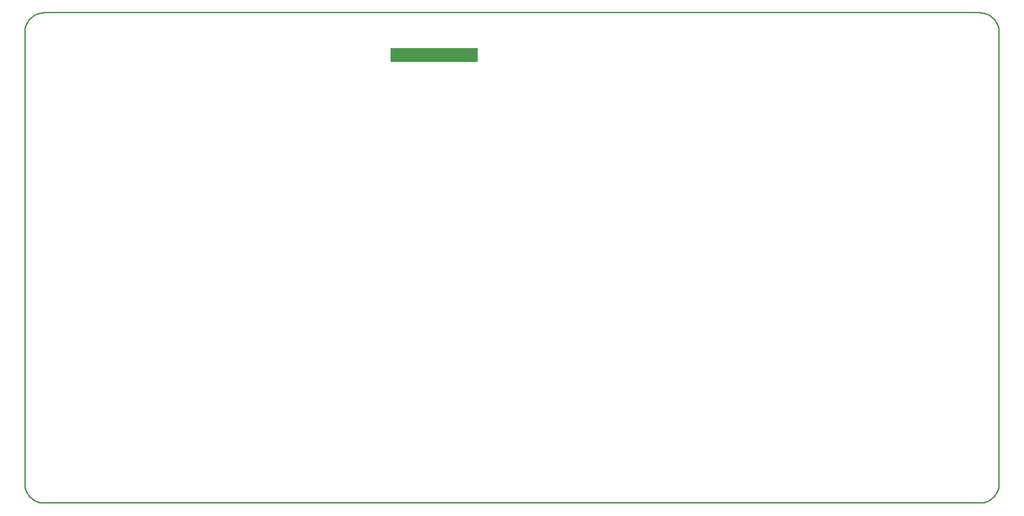
<source format=gko>
G04*
G04 #@! TF.GenerationSoftware,Altium Limited,Altium Designer,21.2.2 (38)*
G04*
G04 Layer_Color=16711935*
%FSLAX44Y44*%
%MOMM*%
G71*
G04*
G04 #@! TF.SameCoordinates,2EB6EAD6-5C33-48E4-AA2B-E0AFE4ABDD4A*
G04*
G04*
G04 #@! TF.FilePolarity,Positive*
G04*
G01*
G75*
%ADD18C,0.1500*%
G36*
X581190Y584330D02*
Y566976D01*
X469140D01*
Y584330D01*
X581190D01*
D02*
G37*
D18*
X1250000Y605000D02*
X1249863Y607613D01*
X1249454Y610198D01*
X1248776Y612725D01*
X1247839Y615168D01*
X1246651Y617500D01*
X1245225Y619695D01*
X1243579Y621728D01*
X1241728Y623578D01*
X1239695Y625225D01*
X1237500Y626651D01*
X1235168Y627839D01*
X1232725Y628776D01*
X1230198Y629454D01*
X1227613Y629863D01*
X1225000Y630000D01*
Y-0D02*
X1227613Y137D01*
X1230198Y546D01*
X1232725Y1223D01*
X1235168Y2161D01*
X1237500Y3349D01*
X1239695Y4775D01*
X1241728Y6421D01*
X1243579Y8272D01*
X1245225Y10305D01*
X1246651Y12500D01*
X1247839Y14832D01*
X1248776Y17275D01*
X1249454Y19802D01*
X1249863Y22387D01*
X1250000Y25000D01*
X25000Y629950D02*
X22387Y629813D01*
X19802Y629403D01*
X17275Y628726D01*
X14832Y627788D01*
X12500Y626600D01*
X10306Y625175D01*
X8272Y623528D01*
X6421Y621678D01*
X4775Y619644D01*
X3350Y617450D01*
X2162Y615118D01*
X1224Y612675D01*
X547Y610147D01*
X137Y607563D01*
X0Y604950D01*
X0Y25000D02*
X137Y22387D01*
X546Y19802D01*
X1224Y17275D01*
X2161Y14832D01*
X3349Y12500D01*
X4775Y10305D01*
X6421Y8272D01*
X8272Y6421D01*
X10305Y4775D01*
X12500Y3349D01*
X14832Y2161D01*
X17275Y1224D01*
X19802Y546D01*
X22387Y137D01*
X25000Y0D01*
X1250000Y605440D02*
X1250000Y25000D01*
X25000Y630000D02*
X1225000Y630000D01*
X25000Y-0D02*
X1225000Y-0D01*
X-0Y25000D02*
X0Y604950D01*
M02*

</source>
